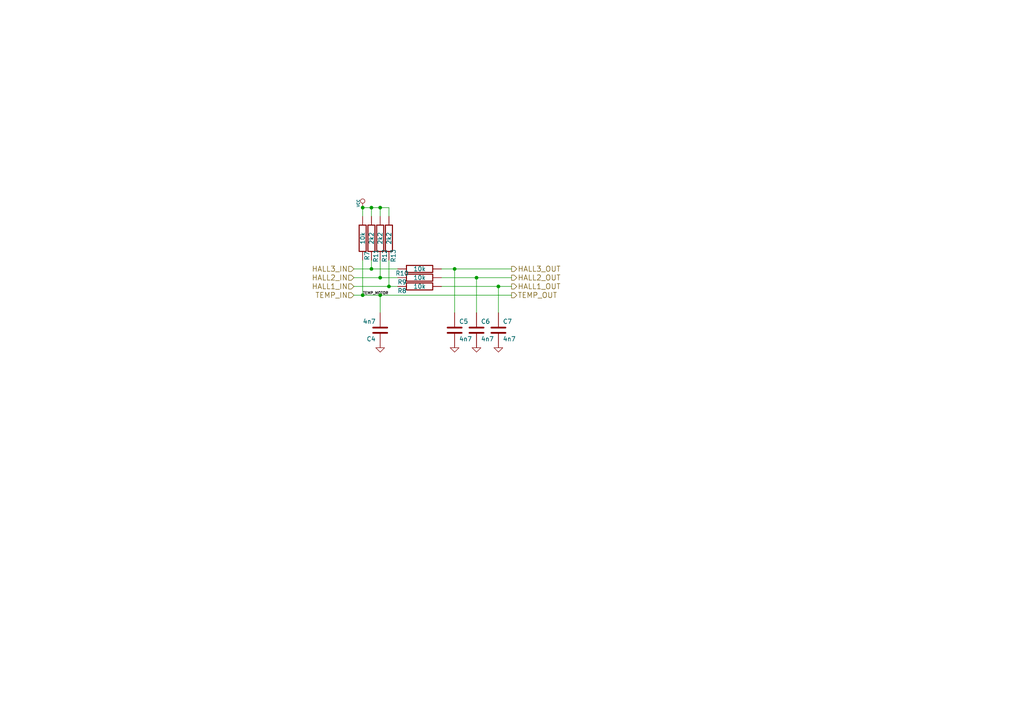
<source format=kicad_sch>
(kicad_sch (version 20211123) (generator eeschema)
  (paper "A4")
  (title_block (title "BLDC Driver 4.11") (date "21 aug 2015") (rev "4.12") (company "Benjamin Vedder"))
  (lib_symbols
    (symbol "BLDC_4-rescue:C-RESCUE-BLDC_4" (pin_numbers hide) (pin_names (offset 0.254))
      (property "Reference" "C" (at 0 2.54 0))
      (property "Value" "C-RESCUE-BLDC_4" (at 0.1524 -2.159 0))
      (symbol "C-RESCUE-BLDC_4_0_1"
        (polyline (pts (xy -2.032 -0.762) (xy 2.032 -0.762)) (stroke (width 0.508)))
        (polyline (pts (xy -2.032 0.762) (xy 2.032 0.762)) (stroke (width 0.508)))
      )
      (symbol "C-RESCUE-BLDC_4_1_1"
        (pin passive line (at 0 5.08 270) (length 4.318) (name "~") (number "1"))
        (pin passive line (at 0 -5.08 90) (length 4.318) (name "~") (number "2"))
      )
    )
    (symbol "BLDC_4-rescue:GND-RESCUE-BLDC_4" (power) (pin_names (offset 0))
      (symbol "GND-RESCUE-BLDC_4_0_1"
        (polyline (pts (xy -1.27 0) (xy 0 -1.27) (xy 1.27 0) (xy -1.27 0)))
      )
      (symbol "GND-RESCUE-BLDC_4_1_1"
        (pin power_in line (at 0 0 90) (length 0) hide (name "GND") (number "1"))
      )
    )
    (symbol "BLDC_4-rescue:R-RESCUE-BLDC_4" (pin_numbers hide) (pin_names (offset 0))
      (property "Reference" "R" (at 2.032 0 90))
      (property "Value" "R-RESCUE-BLDC_4" (at 0.1778 0.0254 90))
      (symbol "R-RESCUE-BLDC_4_0_1"
        (rectangle (start -1.016 3.81) (end 1.016 -3.81) (stroke (width 0.3048)))
      )
      (symbol "R-RESCUE-BLDC_4_1_1"
        (pin passive line (at 0 6.35 270) (length 2.54) (name "~") (number "1"))
        (pin passive line (at 0 -6.35 90) (length 2.54) (name "~") (number "2"))
      )
    )
    (symbol "BLDC_4-rescue:VCC" (power) (pin_names (offset 0))
      (property "Value" "VCC" (at 0 3.81 0))
      (symbol "VCC_0_1"
        (polyline (pts (xy 0 0) (xy 0 1.27)))
        (circle (center 0 1.905) (radius 0.635))
      )
      (symbol "VCC_1_1"
        (pin power_in line (at 0 0 90) (length 0) hide (name "VCC") (number "1"))
      )
    )
  )
  (junction (at 110.27 60.22))
  (junction (at 105.19 60.22))
  (junction (at 110.27 85.62))
  (junction (at 110.27 80.54))
  (junction (at 107.73 78))
  (junction (at 131.86 78))
  (junction (at 138.21 80.54))
  (junction (at 107.73 60.22))
  (junction (at 105.19 85.62))
  (junction (at 112.81 83.08))
  (junction (at 144.56 83.08))
  (wire (pts (xy 144.56 83.08) (xy 144.56 90.7)))
  (wire (pts (xy 128.05 78) (xy 131.86 78)))
  (wire (pts (xy 112.81 83.08) (xy 115.35 83.08)))
  (wire (pts (xy 102.65 85.62) (xy 105.19 85.62)))
  (wire (pts (xy 105.19 85.62) (xy 110.27 85.62)))
  (wire (pts (xy 110.27 60.22) (xy 112.81 60.22)))
  (wire (pts (xy 131.86 78) (xy 131.86 90.7)))
  (wire (pts (xy 110.27 85.62) (xy 148.37 85.62)))
  (wire (pts (xy 144.56 83.08) (xy 148.37 83.08)))
  (wire (pts (xy 105.19 60.22) (xy 105.19 62.76)))
  (wire (pts (xy 102.65 78) (xy 107.73 78)))
  (wire (pts (xy 105.19 75.46) (xy 105.19 85.62)))
  (wire (pts (xy 102.65 80.54) (xy 110.27 80.54)))
  (wire (pts (xy 102.65 83.08) (xy 112.81 83.08)))
  (wire (pts (xy 112.81 75.46) (xy 112.81 83.08)))
  (wire (pts (xy 112.81 60.22) (xy 112.81 62.76)))
  (wire (pts (xy 128.05 80.54) (xy 138.21 80.54)))
  (wire (pts (xy 110.27 75.46) (xy 110.27 80.54)))
  (wire (pts (xy 110.27 85.62) (xy 110.27 90.7)))
  (wire (pts (xy 107.73 78) (xy 115.35 78)))
  (wire (pts (xy 105.19 60.22) (xy 107.73 60.22)))
  (wire (pts (xy 138.21 80.54) (xy 138.21 90.7)))
  (wire (pts (xy 128.05 83.08) (xy 144.56 83.08)))
  (wire (pts (xy 107.73 62.76) (xy 107.73 60.22)))
  (wire (pts (xy 107.73 60.22) (xy 110.27 60.22)))
  (wire (pts (xy 110.27 80.54) (xy 115.35 80.54)))
  (wire (pts (xy 131.86 78) (xy 148.37 78)))
  (wire (pts (xy 107.73 75.46) (xy 107.73 78)))
  (wire (pts (xy 138.21 80.54) (xy 148.37 80.54)))
  (wire (pts (xy 110.27 60.22) (xy 110.27 62.76)))
  (label "TEMP_MOTOR" (at 105.19 85.62 0) (effects (font (size 0.762 0.762))))
  (hierarchical_label "HALL2_IN" (shape input) (at 102.65 80.54 180) (effects (font (size 1.524 1.524))))
  (hierarchical_label "HALL1_IN" (shape input) (at 102.65 83.08 180) (effects (font (size 1.524 1.524))))
  (hierarchical_label "HALL2_OUT" (shape output) (at 148.37 80.54 0) (effects (font (size 1.524 1.524))))
  (hierarchical_label "HALL1_OUT" (shape output) (at 148.37 83.08 0) (effects (font (size 1.524 1.524))))
  (hierarchical_label "HALL3_IN" (shape input) (at 102.65 78 180) (effects (font (size 1.524 1.524))))
  (hierarchical_label "TEMP_IN" (shape input) (at 102.65 85.62 180) (effects (font (size 1.524 1.524))))
  (hierarchical_label "HALL3_OUT" (shape output) (at 148.37 78 0) (effects (font (size 1.524 1.524))))
  (hierarchical_label "TEMP_OUT" (shape output) (at 148.37 85.62 0) (effects (font (size 1.524 1.524))))
  (symbol (lib_id "BLDC_4-rescue:R-RESCUE-BLDC_4") (at 105.19 69.11 180) (unit 1)
    (property "Reference" "R7" (at 106.46 74.19 90))
    (property "Value" "10k" (at 105.19 69.11 90))
    (property "Footprint" "CRF1:SMD-0603_r" (effects hide))
  )
  (symbol (lib_id "BLDC_4-rescue:R-RESCUE-BLDC_4") (at 121.7 83.08 90) (unit 1)
    (property "Reference" "R8" (at 116.62 84.35 90))
    (property "Value" "10k" (at 121.7 83.08 90))
    (property "Footprint" "CRF1:SMD-0603_r" (effects hide))
  )
  (symbol (lib_id "BLDC_4-rescue:R-RESCUE-BLDC_4") (at 121.7 80.54 90) (unit 1)
    (property "Reference" "R9" (at 116.62 81.81 90))
    (property "Value" "10k" (at 121.7 80.54 90))
    (property "Footprint" "CRF1:SMD-0603_r" (effects hide))
  )
  (symbol (lib_id "BLDC_4-rescue:R-RESCUE-BLDC_4") (at 121.7 78 90) (unit 1)
    (property "Reference" "R10" (at 116.62 79.27 90))
    (property "Value" "10k" (at 121.7 78 90))
    (property "Footprint" "CRF1:SMD-0603_r" (effects hide))
  )
  (symbol (lib_id "BLDC_4-rescue:C-RESCUE-BLDC_4") (at 131.86 95.78 0) (unit 1)
    (property "Reference" "C5" (at 133.13 93.24 0) (effects (justify left)))
    (property "Value" "4n7" (at 133.13 98.32 0) (effects (justify left)))
    (property "Footprint" "CRF1:SMD-0603_c" (effects hide))
  )
  (symbol (lib_id "BLDC_4-rescue:C-RESCUE-BLDC_4") (at 138.21 95.78 0) (unit 1)
    (property "Reference" "C6" (at 139.48 93.24 0) (effects (justify left)))
    (property "Value" "4n7" (at 139.48 98.32 0) (effects (justify left)))
    (property "Footprint" "CRF1:SMD-0603_c" (effects hide))
  )
  (symbol (lib_id "BLDC_4-rescue:C-RESCUE-BLDC_4") (at 144.56 95.78 0) (unit 1)
    (property "Reference" "C7" (at 145.83 93.24 0) (effects (justify left)))
    (property "Value" "4n7" (at 145.83 98.32 0) (effects (justify left)))
    (property "Footprint" "CRF1:SMD-0603_c" (effects hide))
  )
  (symbol (lib_id "BLDC_4-rescue:GND-RESCUE-BLDC_4") (at 131.86 100.86 0) (unit 1)
    (property "Reference" "#PWR030" (effects hide))
    (property "Value" "GND" (effects hide))
  )
  (symbol (lib_id "BLDC_4-rescue:R-RESCUE-BLDC_4") (at 107.73 69.11 180) (unit 1)
    (property "Reference" "R11" (at 109 74.19 90))
    (property "Value" "2k2" (at 107.73 69.11 90))
    (property "Footprint" "CRF1:SMD-0603_r" (effects hide))
  )
  (symbol (lib_id "BLDC_4-rescue:R-RESCUE-BLDC_4") (at 110.27 69.11 180) (unit 1)
    (property "Reference" "R12" (at 111.54 74.19 90))
    (property "Value" "2k2" (at 110.27 69.11 90))
    (property "Footprint" "CRF1:SMD-0603_r" (effects hide))
  )
  (symbol (lib_id "BLDC_4-rescue:R-RESCUE-BLDC_4") (at 112.81 69.11 180) (unit 1)
    (property "Reference" "R13" (at 114.08 74.19 90))
    (property "Value" "2k2" (at 112.81 69.11 90))
    (property "Footprint" "CRF1:SMD-0603_r" (effects hide))
  )
  (symbol (lib_id "BLDC_4-rescue:C-RESCUE-BLDC_4") (at 110.27 95.78 180) (unit 1)
    (property "Reference" "C4" (at 109 98.32 0) (effects (justify left)))
    (property "Value" "4n7" (at 109 93.24 0) (effects (justify left)))
    (property "Footprint" "CRF1:SMD-0603_c" (effects hide))
  )
  (symbol (lib_id "BLDC_4-rescue:GND-RESCUE-BLDC_4") (at 110.27 100.86 0) (unit 1)
    (property "Reference" "#PWR031" (effects hide))
    (property "Value" "GND" (effects hide))
  )
  (symbol (lib_id "BLDC_4-rescue:VCC") (at 105.19 60.22 0) (unit 1)
    (property "Reference" "#PWR032" (effects hide))
    (property "Value" "VCC" (at 103.92 58.95 90) (effects (font (size 0.762 0.762))))
  )
  (symbol (lib_id "BLDC_4-rescue:GND-RESCUE-BLDC_4") (at 138.21 100.86 0) (unit 1)
    (property "Reference" "#PWR033" (effects hide))
    (property "Value" "GND" (effects hide))
  )
  (symbol (lib_id "BLDC_4-rescue:GND-RESCUE-BLDC_4") (at 144.56 100.86 0) (unit 1)
    (property "Reference" "#PWR034" (effects hide))
    (property "Value" "GND" (effects hide))
  )
)
</source>
